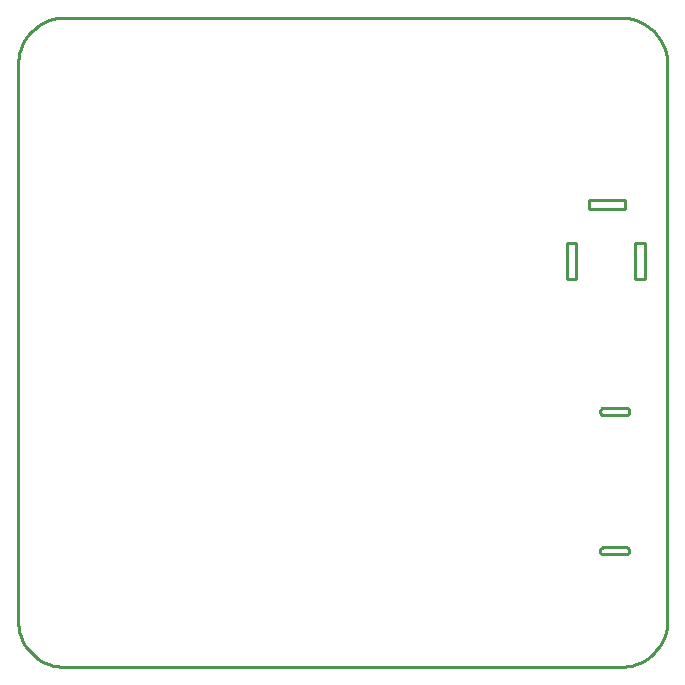
<source format=gbr>
G04 EAGLE Gerber RS-274X export*
G75*
%MOMM*%
%FSLAX34Y34*%
%LPD*%
%IN*%
%IPPOS*%
%AMOC8*
5,1,8,0,0,1.08239X$1,22.5*%
G01*
%ADD10C,0.254000*%


D10*
X0Y40000D02*
X152Y36514D01*
X608Y33054D01*
X1363Y29647D01*
X2412Y26319D01*
X3748Y23095D01*
X5359Y20000D01*
X7234Y17057D01*
X9358Y14289D01*
X11716Y11716D01*
X14289Y9358D01*
X17057Y7234D01*
X20000Y5359D01*
X23095Y3748D01*
X26319Y2412D01*
X29647Y1363D01*
X33054Y608D01*
X36514Y152D01*
X40000Y0D01*
X510000Y0D01*
X513486Y152D01*
X516946Y608D01*
X520353Y1363D01*
X523681Y2412D01*
X526905Y3748D01*
X530000Y5359D01*
X532943Y7234D01*
X535712Y9358D01*
X538284Y11716D01*
X540642Y14289D01*
X542766Y17057D01*
X544641Y20000D01*
X546252Y23095D01*
X547588Y26319D01*
X548637Y29647D01*
X549392Y33054D01*
X549848Y36514D01*
X550000Y40000D01*
X550000Y510000D01*
X549848Y513486D01*
X549392Y516946D01*
X548637Y520353D01*
X547588Y523681D01*
X546252Y526905D01*
X544641Y530000D01*
X542766Y532943D01*
X540642Y535712D01*
X538284Y538284D01*
X535712Y540642D01*
X532943Y542766D01*
X530000Y544641D01*
X526905Y546252D01*
X523681Y547588D01*
X520353Y548637D01*
X516946Y549392D01*
X513486Y549848D01*
X510000Y550000D01*
X40000Y550000D01*
X36514Y549848D01*
X33054Y549392D01*
X29647Y548637D01*
X26319Y547588D01*
X23095Y546252D01*
X20000Y544641D01*
X17057Y542766D01*
X14289Y540642D01*
X11716Y538284D01*
X9358Y535712D01*
X7234Y532943D01*
X5359Y530000D01*
X3748Y526905D01*
X2412Y523681D01*
X1363Y520353D01*
X608Y516946D01*
X152Y513486D01*
X0Y510000D01*
X0Y40000D01*
X495820Y213440D02*
X514820Y213440D01*
X515081Y213451D01*
X515341Y213486D01*
X515596Y213542D01*
X515846Y213621D01*
X516088Y213721D01*
X516320Y213842D01*
X516541Y213983D01*
X516748Y214142D01*
X516941Y214319D01*
X517118Y214512D01*
X517277Y214719D01*
X517418Y214940D01*
X517539Y215172D01*
X517639Y215414D01*
X517718Y215664D01*
X517774Y215919D01*
X517809Y216179D01*
X517820Y216440D01*
X517809Y216701D01*
X517774Y216961D01*
X517718Y217216D01*
X517639Y217466D01*
X517539Y217708D01*
X517418Y217940D01*
X517277Y218161D01*
X517118Y218368D01*
X516941Y218561D01*
X516748Y218738D01*
X516541Y218897D01*
X516320Y219038D01*
X516088Y219159D01*
X515846Y219259D01*
X515596Y219338D01*
X515341Y219394D01*
X515081Y219429D01*
X514820Y219440D01*
X495820Y219440D01*
X495559Y219429D01*
X495299Y219394D01*
X495044Y219338D01*
X494794Y219259D01*
X494552Y219159D01*
X494320Y219038D01*
X494099Y218897D01*
X493892Y218738D01*
X493699Y218561D01*
X493522Y218368D01*
X493363Y218161D01*
X493222Y217940D01*
X493101Y217708D01*
X493001Y217466D01*
X492922Y217216D01*
X492866Y216961D01*
X492831Y216701D01*
X492820Y216440D01*
X492831Y216179D01*
X492866Y215919D01*
X492922Y215664D01*
X493001Y215414D01*
X493101Y215172D01*
X493222Y214940D01*
X493363Y214719D01*
X493522Y214512D01*
X493699Y214319D01*
X493892Y214142D01*
X494099Y213983D01*
X494320Y213842D01*
X494552Y213721D01*
X494794Y213621D01*
X495044Y213542D01*
X495299Y213486D01*
X495559Y213451D01*
X495820Y213440D01*
X495820Y95440D02*
X514820Y95440D01*
X515081Y95451D01*
X515341Y95486D01*
X515596Y95542D01*
X515846Y95621D01*
X516088Y95721D01*
X516320Y95842D01*
X516541Y95983D01*
X516748Y96142D01*
X516941Y96319D01*
X517118Y96512D01*
X517277Y96719D01*
X517418Y96940D01*
X517539Y97172D01*
X517639Y97414D01*
X517718Y97664D01*
X517774Y97919D01*
X517809Y98179D01*
X517820Y98440D01*
X517809Y98701D01*
X517774Y98961D01*
X517718Y99216D01*
X517639Y99466D01*
X517539Y99708D01*
X517418Y99940D01*
X517277Y100161D01*
X517118Y100368D01*
X516941Y100561D01*
X516748Y100738D01*
X516541Y100897D01*
X516320Y101038D01*
X516088Y101159D01*
X515846Y101259D01*
X515596Y101338D01*
X515341Y101394D01*
X515081Y101429D01*
X514820Y101440D01*
X495820Y101440D01*
X495559Y101429D01*
X495299Y101394D01*
X495044Y101338D01*
X494794Y101259D01*
X494552Y101159D01*
X494320Y101038D01*
X494099Y100897D01*
X493892Y100738D01*
X493699Y100561D01*
X493522Y100368D01*
X493363Y100161D01*
X493222Y99940D01*
X493101Y99708D01*
X493001Y99466D01*
X492922Y99216D01*
X492866Y98961D01*
X492831Y98701D01*
X492820Y98440D01*
X492831Y98179D01*
X492866Y97919D01*
X492922Y97664D01*
X493001Y97414D01*
X493101Y97172D01*
X493222Y96940D01*
X493363Y96719D01*
X493522Y96512D01*
X493699Y96319D01*
X493892Y96142D01*
X494099Y95983D01*
X494320Y95842D01*
X494552Y95721D01*
X494794Y95621D01*
X495044Y95542D01*
X495299Y95486D01*
X495559Y95451D01*
X495820Y95440D01*
X483800Y387800D02*
X513800Y387800D01*
X513800Y395800D01*
X483800Y395800D01*
X483800Y387800D01*
X522800Y328800D02*
X530800Y328800D01*
X530800Y358800D01*
X522800Y358800D01*
X522800Y328800D01*
X464800Y328800D02*
X472800Y328800D01*
X472800Y358800D01*
X464800Y358800D01*
X464800Y328800D01*
M02*

</source>
